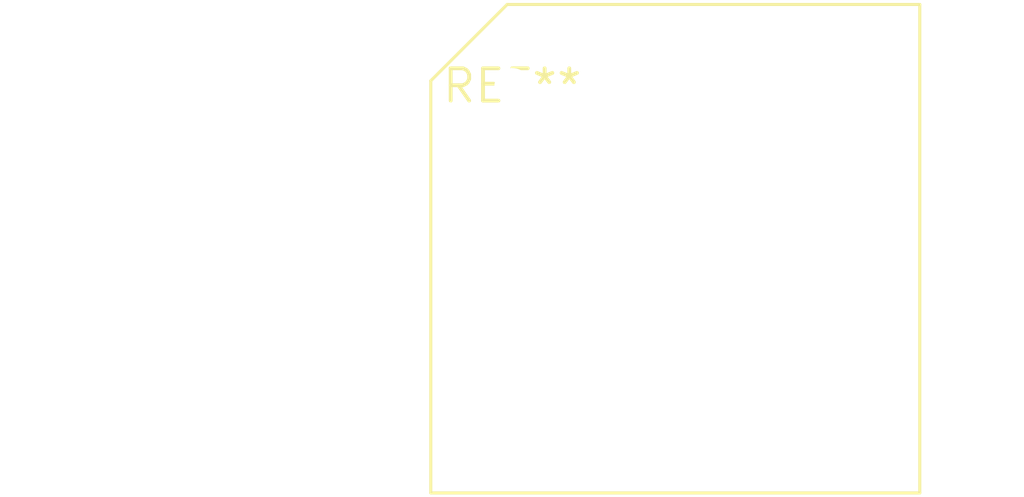
<source format=kicad_pcb>
(kicad_pcb (version 20240108) (generator pcbnew)
  (layers (0 "F.Cu" signal) (31 "B.Cu" signal) (34 "B.Paste" user) (35 "F.Paste" user) (36 "B.SilkS" user "B.Silkscreen") (37 "F.SilkS" user "F.Silkscreen") (38 "B.Mask" user) (39 "F.Mask" user) (44 "Edge.Cuts" user))
  (net 0 "")
  (footprint "Diode_Bridge_19.0x19.0x6.8mm_P12.7mm" (layer "F.Cu") (at 0 0)
    (property "Reference" "REF**")
    (property "Value" "Diode_Bridge_19.0x19.0x6.8mm_P12.7mm")
    (fp_line (start -3.2 -0.2) (end -0.2 -3.2) (layer "F.SilkS") (stroke (width 0.12)))
    (fp_line (start -3.2 16) (end -3.2 -0.2) (layer "F.SilkS") (stroke (width 0.12)))
    (fp_line (start -0.2 -3.2) (end 16 -3.2) (layer "F.SilkS") (stroke (width 0.12)))
    (fp_line (start 16 -3.2) (end 16 16) (layer "F.SilkS") (stroke (width 0.12)))
    (fp_line (start 16 16) (end -3.2 16) (layer "F.SilkS") (stroke (width 0.12)))
    (pad "1" thru_hole rect (at 0 0 180) (size 2.8 2.8) (drill 1.4) (layers *.Cu *.Mask) (remove_unused_layers))
    (pad "2" thru_hole circle (at 0 12.7 180) (size 2.8 2.8) (drill 1.4) (layers *.Cu *.Mask) (remove_unused_layers))
    (pad "3" thru_hole circle (at 12.7 12.7 180) (size 2.8 2.8) (drill 1.4) (layers *.Cu *.Mask) (remove_unused_layers))
    (pad "4" thru_hole circle (at 12.7 0 180) (size 2.8 2.8) (drill 1.4) (layers *.Cu *.Mask) (remove_unused_layers))
  )
)
</source>
